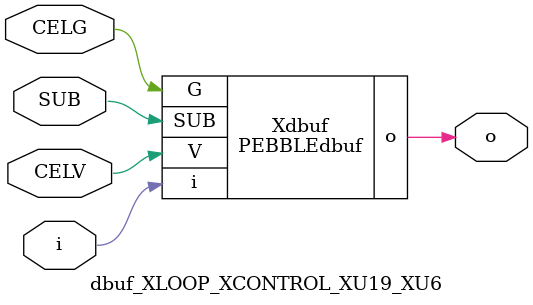
<source format=v>



module PEBBLEdbuf ( o, G, SUB, V, i );

  input V;
  input i;
  input G;
  output o;
  input SUB;
endmodule

//Celera Confidential Do Not Copy dbuf_XLOOP_XCONTROL_XU19_XU6
//Celera Confidential Symbol Generator
//Digital Buffer
module dbuf_XLOOP_XCONTROL_XU19_XU6 (CELV,CELG,i,o,SUB);
input CELV;
input CELG;
input i;
input SUB;
output o;

//Celera Confidential Do Not Copy dbuf
PEBBLEdbuf Xdbuf(
.V (CELV),
.i (i),
.o (o),
.SUB (SUB),
.G (CELG)
);
//,diesize,PEBBLEdbuf

//Celera Confidential Do Not Copy Module End
//Celera Schematic Generator
endmodule

</source>
